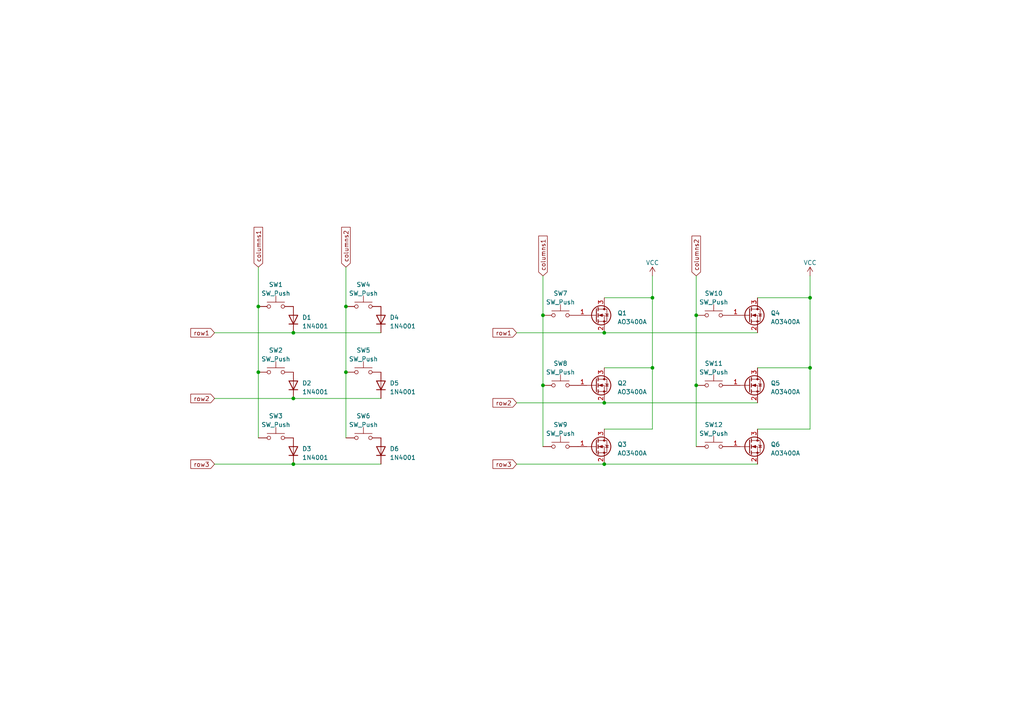
<source format=kicad_sch>
(kicad_sch (version 20230121) (generator eeschema)

  (uuid a8342d22-d9f3-4df5-8607-b1937f2f71b0)

  (paper "A4")

  (lib_symbols
    (symbol "Diode:1N4001" (pin_numbers hide) (pin_names hide) (in_bom yes) (on_board yes)
      (property "Reference" "D" (at 0 2.54 0)
        (effects (font (size 1.27 1.27)))
      )
      (property "Value" "1N4001" (at 0 -2.54 0)
        (effects (font (size 1.27 1.27)))
      )
      (property "Footprint" "Diode_THT:D_DO-41_SOD81_P10.16mm_Horizontal" (at 0 0 0)
        (effects (font (size 1.27 1.27)) hide)
      )
      (property "Datasheet" "http://www.vishay.com/docs/88503/1n4001.pdf" (at 0 0 0)
        (effects (font (size 1.27 1.27)) hide)
      )
      (property "Sim.Device" "D" (at 0 0 0)
        (effects (font (size 1.27 1.27)) hide)
      )
      (property "Sim.Pins" "1=K 2=A" (at 0 0 0)
        (effects (font (size 1.27 1.27)) hide)
      )
      (property "ki_keywords" "diode" (at 0 0 0)
        (effects (font (size 1.27 1.27)) hide)
      )
      (property "ki_description" "50V 1A General Purpose Rectifier Diode, DO-41" (at 0 0 0)
        (effects (font (size 1.27 1.27)) hide)
      )
      (property "ki_fp_filters" "D*DO?41*" (at 0 0 0)
        (effects (font (size 1.27 1.27)) hide)
      )
      (symbol "1N4001_0_1"
        (polyline
          (pts
            (xy -1.27 1.27)
            (xy -1.27 -1.27)
          )
          (stroke (width 0.254) (type default))
          (fill (type none))
        )
        (polyline
          (pts
            (xy 1.27 0)
            (xy -1.27 0)
          )
          (stroke (width 0) (type default))
          (fill (type none))
        )
        (polyline
          (pts
            (xy 1.27 1.27)
            (xy 1.27 -1.27)
            (xy -1.27 0)
            (xy 1.27 1.27)
          )
          (stroke (width 0.254) (type default))
          (fill (type none))
        )
      )
      (symbol "1N4001_1_1"
        (pin passive line (at -3.81 0 0) (length 2.54)
          (name "K" (effects (font (size 1.27 1.27))))
          (number "1" (effects (font (size 1.27 1.27))))
        )
        (pin passive line (at 3.81 0 180) (length 2.54)
          (name "A" (effects (font (size 1.27 1.27))))
          (number "2" (effects (font (size 1.27 1.27))))
        )
      )
    )
    (symbol "Switch:SW_Push" (pin_numbers hide) (pin_names (offset 1.016) hide) (in_bom yes) (on_board yes)
      (property "Reference" "SW" (at 1.27 2.54 0)
        (effects (font (size 1.27 1.27)) (justify left))
      )
      (property "Value" "SW_Push" (at 0 -1.524 0)
        (effects (font (size 1.27 1.27)))
      )
      (property "Footprint" "" (at 0 5.08 0)
        (effects (font (size 1.27 1.27)) hide)
      )
      (property "Datasheet" "~" (at 0 5.08 0)
        (effects (font (size 1.27 1.27)) hide)
      )
      (property "ki_keywords" "switch normally-open pushbutton push-button" (at 0 0 0)
        (effects (font (size 1.27 1.27)) hide)
      )
      (property "ki_description" "Push button switch, generic, two pins" (at 0 0 0)
        (effects (font (size 1.27 1.27)) hide)
      )
      (symbol "SW_Push_0_1"
        (circle (center -2.032 0) (radius 0.508)
          (stroke (width 0) (type default))
          (fill (type none))
        )
        (polyline
          (pts
            (xy 0 1.27)
            (xy 0 3.048)
          )
          (stroke (width 0) (type default))
          (fill (type none))
        )
        (polyline
          (pts
            (xy 2.54 1.27)
            (xy -2.54 1.27)
          )
          (stroke (width 0) (type default))
          (fill (type none))
        )
        (circle (center 2.032 0) (radius 0.508)
          (stroke (width 0) (type default))
          (fill (type none))
        )
        (pin passive line (at -5.08 0 0) (length 2.54)
          (name "1" (effects (font (size 1.27 1.27))))
          (number "1" (effects (font (size 1.27 1.27))))
        )
        (pin passive line (at 5.08 0 180) (length 2.54)
          (name "2" (effects (font (size 1.27 1.27))))
          (number "2" (effects (font (size 1.27 1.27))))
        )
      )
    )
    (symbol "Transistor_FET:AO3400A" (pin_names hide) (in_bom yes) (on_board yes)
      (property "Reference" "Q" (at 5.08 1.905 0)
        (effects (font (size 1.27 1.27)) (justify left))
      )
      (property "Value" "AO3400A" (at 5.08 0 0)
        (effects (font (size 1.27 1.27)) (justify left))
      )
      (property "Footprint" "Package_TO_SOT_SMD:SOT-23" (at 5.08 -1.905 0)
        (effects (font (size 1.27 1.27) italic) (justify left) hide)
      )
      (property "Datasheet" "http://www.aosmd.com/pdfs/datasheet/AO3400A.pdf" (at 0 0 0)
        (effects (font (size 1.27 1.27)) (justify left) hide)
      )
      (property "ki_keywords" "N-Channel MOSFET" (at 0 0 0)
        (effects (font (size 1.27 1.27)) hide)
      )
      (property "ki_description" "30V Vds, 5.7A Id, N-Channel MOSFET, SOT-23" (at 0 0 0)
        (effects (font (size 1.27 1.27)) hide)
      )
      (property "ki_fp_filters" "SOT?23*" (at 0 0 0)
        (effects (font (size 1.27 1.27)) hide)
      )
      (symbol "AO3400A_0_1"
        (polyline
          (pts
            (xy 0.254 0)
            (xy -2.54 0)
          )
          (stroke (width 0) (type default))
          (fill (type none))
        )
        (polyline
          (pts
            (xy 0.254 1.905)
            (xy 0.254 -1.905)
          )
          (stroke (width 0.254) (type default))
          (fill (type none))
        )
        (polyline
          (pts
            (xy 0.762 -1.27)
            (xy 0.762 -2.286)
          )
          (stroke (width 0.254) (type default))
          (fill (type none))
        )
        (polyline
          (pts
            (xy 0.762 0.508)
            (xy 0.762 -0.508)
          )
          (stroke (width 0.254) (type default))
          (fill (type none))
        )
        (polyline
          (pts
            (xy 0.762 2.286)
            (xy 0.762 1.27)
          )
          (stroke (width 0.254) (type default))
          (fill (type none))
        )
        (polyline
          (pts
            (xy 2.54 2.54)
            (xy 2.54 1.778)
          )
          (stroke (width 0) (type default))
          (fill (type none))
        )
        (polyline
          (pts
            (xy 2.54 -2.54)
            (xy 2.54 0)
            (xy 0.762 0)
          )
          (stroke (width 0) (type default))
          (fill (type none))
        )
        (polyline
          (pts
            (xy 0.762 -1.778)
            (xy 3.302 -1.778)
            (xy 3.302 1.778)
            (xy 0.762 1.778)
          )
          (stroke (width 0) (type default))
          (fill (type none))
        )
        (polyline
          (pts
            (xy 1.016 0)
            (xy 2.032 0.381)
            (xy 2.032 -0.381)
            (xy 1.016 0)
          )
          (stroke (width 0) (type default))
          (fill (type outline))
        )
        (polyline
          (pts
            (xy 2.794 0.508)
            (xy 2.921 0.381)
            (xy 3.683 0.381)
            (xy 3.81 0.254)
          )
          (stroke (width 0) (type default))
          (fill (type none))
        )
        (polyline
          (pts
            (xy 3.302 0.381)
            (xy 2.921 -0.254)
            (xy 3.683 -0.254)
            (xy 3.302 0.381)
          )
          (stroke (width 0) (type default))
          (fill (type none))
        )
        (circle (center 1.651 0) (radius 2.794)
          (stroke (width 0.254) (type default))
          (fill (type none))
        )
        (circle (center 2.54 -1.778) (radius 0.254)
          (stroke (width 0) (type default))
          (fill (type outline))
        )
        (circle (center 2.54 1.778) (radius 0.254)
          (stroke (width 0) (type default))
          (fill (type outline))
        )
      )
      (symbol "AO3400A_1_1"
        (pin input line (at -5.08 0 0) (length 2.54)
          (name "G" (effects (font (size 1.27 1.27))))
          (number "1" (effects (font (size 1.27 1.27))))
        )
        (pin passive line (at 2.54 -5.08 90) (length 2.54)
          (name "S" (effects (font (size 1.27 1.27))))
          (number "2" (effects (font (size 1.27 1.27))))
        )
        (pin passive line (at 2.54 5.08 270) (length 2.54)
          (name "D" (effects (font (size 1.27 1.27))))
          (number "3" (effects (font (size 1.27 1.27))))
        )
      )
    )
    (symbol "power:VCC" (power) (pin_names (offset 0)) (in_bom yes) (on_board yes)
      (property "Reference" "#PWR" (at 0 -3.81 0)
        (effects (font (size 1.27 1.27)) hide)
      )
      (property "Value" "VCC" (at 0 3.81 0)
        (effects (font (size 1.27 1.27)))
      )
      (property "Footprint" "" (at 0 0 0)
        (effects (font (size 1.27 1.27)) hide)
      )
      (property "Datasheet" "" (at 0 0 0)
        (effects (font (size 1.27 1.27)) hide)
      )
      (property "ki_keywords" "global power" (at 0 0 0)
        (effects (font (size 1.27 1.27)) hide)
      )
      (property "ki_description" "Power symbol creates a global label with name \"VCC\"" (at 0 0 0)
        (effects (font (size 1.27 1.27)) hide)
      )
      (symbol "VCC_0_1"
        (polyline
          (pts
            (xy -0.762 1.27)
            (xy 0 2.54)
          )
          (stroke (width 0) (type default))
          (fill (type none))
        )
        (polyline
          (pts
            (xy 0 0)
            (xy 0 2.54)
          )
          (stroke (width 0) (type default))
          (fill (type none))
        )
        (polyline
          (pts
            (xy 0 2.54)
            (xy 0.762 1.27)
          )
          (stroke (width 0) (type default))
          (fill (type none))
        )
      )
      (symbol "VCC_1_1"
        (pin power_in line (at 0 0 90) (length 0) hide
          (name "VCC" (effects (font (size 1.27 1.27))))
          (number "1" (effects (font (size 1.27 1.27))))
        )
      )
    )
  )

  (junction (at 157.48 111.76) (diameter 0) (color 0 0 0 0)
    (uuid 04d81772-2281-4410-8eea-5d7950ff7418)
  )
  (junction (at 85.09 96.52) (diameter 0) (color 0 0 0 0)
    (uuid 1be5d6cd-0179-47ee-b373-321557ebf06a)
  )
  (junction (at 189.23 106.68) (diameter 0) (color 0 0 0 0)
    (uuid 2e1aea7d-e838-4683-9647-cd0610550ec3)
  )
  (junction (at 74.93 88.9) (diameter 0) (color 0 0 0 0)
    (uuid 31ca53a1-3479-45c6-986b-b6648808ef11)
  )
  (junction (at 175.26 116.84) (diameter 0) (color 0 0 0 0)
    (uuid 328868d9-b5a2-48d1-a02c-e3022e547e7c)
  )
  (junction (at 85.09 134.62) (diameter 0) (color 0 0 0 0)
    (uuid 357c6054-1ee6-4f1c-8137-84068d98dd9d)
  )
  (junction (at 201.93 111.76) (diameter 0) (color 0 0 0 0)
    (uuid 3d9b393c-88cd-4124-a69a-c51083a4665d)
  )
  (junction (at 201.93 91.44) (diameter 0) (color 0 0 0 0)
    (uuid 4d558725-f44d-4635-860b-4826042d2049)
  )
  (junction (at 189.23 86.36) (diameter 0) (color 0 0 0 0)
    (uuid 52ef10b6-844d-4069-8480-78730fbc2ec0)
  )
  (junction (at 234.95 106.68) (diameter 0) (color 0 0 0 0)
    (uuid 58576d7d-b6ee-40e1-b7ce-5f7ea0288542)
  )
  (junction (at 157.48 91.44) (diameter 0) (color 0 0 0 0)
    (uuid 5a6d689b-0290-4293-bb7c-dbda2ff4c698)
  )
  (junction (at 175.26 134.62) (diameter 0) (color 0 0 0 0)
    (uuid 687beafd-805a-4346-8710-a52a69c2116a)
  )
  (junction (at 234.95 86.36) (diameter 0) (color 0 0 0 0)
    (uuid 716b5657-048a-44ae-ba6b-97663db4fbde)
  )
  (junction (at 74.93 107.95) (diameter 0) (color 0 0 0 0)
    (uuid 75fa0fc2-d950-4254-a82d-88fccf25e38b)
  )
  (junction (at 100.33 88.9) (diameter 0) (color 0 0 0 0)
    (uuid 9aff8eb5-e6e3-4a4d-9b38-8f4c15eb0ff9)
  )
  (junction (at 175.26 96.52) (diameter 0) (color 0 0 0 0)
    (uuid a452807b-507c-43e4-b50c-16c36f343c9e)
  )
  (junction (at 100.33 107.95) (diameter 0) (color 0 0 0 0)
    (uuid d108d9fd-a878-49e7-a5af-bac07ff74271)
  )
  (junction (at 85.09 115.57) (diameter 0) (color 0 0 0 0)
    (uuid dbee2ff5-e64c-4d0f-a9f1-6952db870763)
  )

  (wire (pts (xy 149.86 116.84) (xy 175.26 116.84))
    (stroke (width 0) (type default))
    (uuid 0a767fc6-a2dd-4e11-96eb-2b8f3f5e47bf)
  )
  (wire (pts (xy 175.26 86.36) (xy 189.23 86.36))
    (stroke (width 0) (type default))
    (uuid 143855a6-cba2-4760-ae62-9b182d27822d)
  )
  (wire (pts (xy 201.93 91.44) (xy 201.93 111.76))
    (stroke (width 0) (type default))
    (uuid 14f90ad6-507e-4401-b0c4-d9b92cb338ef)
  )
  (wire (pts (xy 62.23 134.62) (xy 85.09 134.62))
    (stroke (width 0) (type default))
    (uuid 357131d2-540c-4e9b-a9c4-fec8a47b293f)
  )
  (wire (pts (xy 100.33 107.95) (xy 100.33 127))
    (stroke (width 0) (type default))
    (uuid 3abe99fb-93cc-43c7-a6e7-6214070b51b7)
  )
  (wire (pts (xy 157.48 91.44) (xy 157.48 111.76))
    (stroke (width 0) (type default))
    (uuid 4ec27887-a867-47ef-b374-7a0001f3845e)
  )
  (wire (pts (xy 219.71 86.36) (xy 234.95 86.36))
    (stroke (width 0) (type default))
    (uuid 558a6bf8-eb12-4784-86e5-1ba27fc64db2)
  )
  (wire (pts (xy 234.95 106.68) (xy 234.95 124.46))
    (stroke (width 0) (type default))
    (uuid 5802f239-f303-4e47-8390-427d371a7749)
  )
  (wire (pts (xy 189.23 86.36) (xy 189.23 106.68))
    (stroke (width 0) (type default))
    (uuid 59e5f478-ecc3-4741-8b7d-70888596be5e)
  )
  (wire (pts (xy 62.23 115.57) (xy 85.09 115.57))
    (stroke (width 0) (type default))
    (uuid 6431502e-cc02-4aa7-8495-3fe8b9702962)
  )
  (wire (pts (xy 175.26 96.52) (xy 219.71 96.52))
    (stroke (width 0) (type default))
    (uuid 64382cdd-11e9-41d6-8c47-4471148254b7)
  )
  (wire (pts (xy 149.86 96.52) (xy 175.26 96.52))
    (stroke (width 0) (type default))
    (uuid 66e50d3c-846c-487c-a533-ae84b422f817)
  )
  (wire (pts (xy 149.86 134.62) (xy 175.26 134.62))
    (stroke (width 0) (type default))
    (uuid 6b12365a-cc0d-46d7-a0dc-c692c123d84f)
  )
  (wire (pts (xy 189.23 106.68) (xy 189.23 124.46))
    (stroke (width 0) (type default))
    (uuid 6de5884c-64f7-4263-b388-4a673c0fcb0e)
  )
  (wire (pts (xy 85.09 134.62) (xy 110.49 134.62))
    (stroke (width 0) (type default))
    (uuid 76fd666c-0406-4aa8-b541-11960f203948)
  )
  (wire (pts (xy 234.95 80.01) (xy 234.95 86.36))
    (stroke (width 0) (type default))
    (uuid 80303813-4375-4fb3-b35d-efd87c9e749a)
  )
  (wire (pts (xy 189.23 124.46) (xy 175.26 124.46))
    (stroke (width 0) (type default))
    (uuid 810e7f52-9c3e-4689-a91e-44b466da9067)
  )
  (wire (pts (xy 175.26 116.84) (xy 219.71 116.84))
    (stroke (width 0) (type default))
    (uuid 8ded1f56-90f0-4dfd-9fcf-9b5e266d9ace)
  )
  (wire (pts (xy 85.09 96.52) (xy 110.49 96.52))
    (stroke (width 0) (type default))
    (uuid 9a5e7937-0732-45e1-8fc1-26daf0336038)
  )
  (wire (pts (xy 157.48 111.76) (xy 157.48 129.54))
    (stroke (width 0) (type default))
    (uuid 9ab4685d-1ee8-4318-ba49-c005b9bcf259)
  )
  (wire (pts (xy 175.26 134.62) (xy 219.71 134.62))
    (stroke (width 0) (type default))
    (uuid 9f872ead-91b3-4db2-94a5-2ae9f945f51b)
  )
  (wire (pts (xy 74.93 88.9) (xy 74.93 107.95))
    (stroke (width 0) (type default))
    (uuid a593d0b9-a781-495c-aca2-3f5b3604d209)
  )
  (wire (pts (xy 100.33 88.9) (xy 100.33 107.95))
    (stroke (width 0) (type default))
    (uuid a7658afc-24f2-4bf6-8329-bbac642d3b90)
  )
  (wire (pts (xy 74.93 107.95) (xy 74.93 127))
    (stroke (width 0) (type default))
    (uuid a8475b50-5ea9-450e-9785-18400ffd94f0)
  )
  (wire (pts (xy 100.33 77.47) (xy 100.33 88.9))
    (stroke (width 0) (type default))
    (uuid aa426011-7c32-4a4f-bdcd-115232dd9b37)
  )
  (wire (pts (xy 85.09 115.57) (xy 110.49 115.57))
    (stroke (width 0) (type default))
    (uuid ab814c11-5d60-4b15-8616-a9e1ddea33e7)
  )
  (wire (pts (xy 157.48 80.01) (xy 157.48 91.44))
    (stroke (width 0) (type default))
    (uuid ada687d8-4ad0-4495-985d-62e94ea89f2e)
  )
  (wire (pts (xy 189.23 80.01) (xy 189.23 86.36))
    (stroke (width 0) (type default))
    (uuid af775ab0-0f60-436f-b863-e8db77c4f28a)
  )
  (wire (pts (xy 234.95 124.46) (xy 219.71 124.46))
    (stroke (width 0) (type default))
    (uuid c23ec12c-f028-4524-a194-253000c15a55)
  )
  (wire (pts (xy 175.26 106.68) (xy 189.23 106.68))
    (stroke (width 0) (type default))
    (uuid cf915b43-745c-42ff-a25a-b6eefb4270b7)
  )
  (wire (pts (xy 234.95 86.36) (xy 234.95 106.68))
    (stroke (width 0) (type default))
    (uuid dce594ef-d950-4f12-8e95-0228973355a1)
  )
  (wire (pts (xy 62.23 96.52) (xy 85.09 96.52))
    (stroke (width 0) (type default))
    (uuid dd2eb432-00ee-4e11-a471-9a867cf09005)
  )
  (wire (pts (xy 219.71 106.68) (xy 234.95 106.68))
    (stroke (width 0) (type default))
    (uuid de12bcc7-dce4-4f74-8797-09ae0b1f7af2)
  )
  (wire (pts (xy 201.93 80.01) (xy 201.93 91.44))
    (stroke (width 0) (type default))
    (uuid e179ce8c-3075-41ea-90e2-6d59aad7445f)
  )
  (wire (pts (xy 74.93 77.47) (xy 74.93 88.9))
    (stroke (width 0) (type default))
    (uuid ed28dae0-85fc-4330-968b-56896049369f)
  )
  (wire (pts (xy 201.93 111.76) (xy 201.93 129.54))
    (stroke (width 0) (type default))
    (uuid f1e579ac-6ed5-476f-aed2-93d1d2a38511)
  )

  (global_label "row3" (shape input) (at 62.23 134.62 180) (fields_autoplaced)
    (effects (font (size 1.27 1.27)) (justify right))
    (uuid 22bc17bf-48d5-4d78-9f4b-5c776c48ade6)
    (property "Intersheetrefs" "${INTERSHEET_REFS}" (at 54.849 134.62 0)
      (effects (font (size 1.27 1.27)) (justify right) hide)
    )
  )
  (global_label "columns2" (shape input) (at 100.33 77.47 90) (fields_autoplaced)
    (effects (font (size 1.27 1.27)) (justify left))
    (uuid 2428ac5a-d25e-41c9-923d-f73741410645)
    (property "Intersheetrefs" "${INTERSHEET_REFS}" (at 100.33 65.4325 90)
      (effects (font (size 1.27 1.27)) (justify left) hide)
    )
  )
  (global_label "row2" (shape input) (at 62.23 115.57 180) (fields_autoplaced)
    (effects (font (size 1.27 1.27)) (justify right))
    (uuid 29003c36-e304-476d-a955-01f53b291323)
    (property "Intersheetrefs" "${INTERSHEET_REFS}" (at 54.849 115.57 0)
      (effects (font (size 1.27 1.27)) (justify right) hide)
    )
  )
  (global_label "columns1" (shape input) (at 74.93 77.47 90) (fields_autoplaced)
    (effects (font (size 1.27 1.27)) (justify left))
    (uuid 2c8934c9-8402-4548-9087-8ed9cef79c54)
    (property "Intersheetrefs" "${INTERSHEET_REFS}" (at 74.93 65.4325 90)
      (effects (font (size 1.27 1.27)) (justify left) hide)
    )
  )
  (global_label "columns2" (shape input) (at 201.93 80.01 90) (fields_autoplaced)
    (effects (font (size 1.27 1.27)) (justify left))
    (uuid 390d1e74-a7ac-4b2c-8c5e-9e0cfb199e44)
    (property "Intersheetrefs" "${INTERSHEET_REFS}" (at 201.93 67.9725 90)
      (effects (font (size 1.27 1.27)) (justify left) hide)
    )
  )
  (global_label "row3" (shape input) (at 149.86 134.62 180) (fields_autoplaced)
    (effects (font (size 1.27 1.27)) (justify right))
    (uuid 4f95df53-54ce-47d9-9f0b-907850dee5fb)
    (property "Intersheetrefs" "${INTERSHEET_REFS}" (at 142.479 134.62 0)
      (effects (font (size 1.27 1.27)) (justify right) hide)
    )
  )
  (global_label "columns1" (shape input) (at 157.48 80.01 90) (fields_autoplaced)
    (effects (font (size 1.27 1.27)) (justify left))
    (uuid 65d8c6d0-2a84-40f6-9c5c-2c327c0cecb3)
    (property "Intersheetrefs" "${INTERSHEET_REFS}" (at 157.48 67.9725 90)
      (effects (font (size 1.27 1.27)) (justify left) hide)
    )
  )
  (global_label "row1" (shape input) (at 149.86 96.52 180) (fields_autoplaced)
    (effects (font (size 1.27 1.27)) (justify right))
    (uuid 889765b2-f4a2-414a-a7d2-a9582cf85bbf)
    (property "Intersheetrefs" "${INTERSHEET_REFS}" (at 142.479 96.52 0)
      (effects (font (size 1.27 1.27)) (justify right) hide)
    )
  )
  (global_label "row1" (shape input) (at 62.23 96.52 180) (fields_autoplaced)
    (effects (font (size 1.27 1.27)) (justify right))
    (uuid caf4f907-0984-4bf0-ad0a-94528048ff76)
    (property "Intersheetrefs" "${INTERSHEET_REFS}" (at 54.849 96.52 0)
      (effects (font (size 1.27 1.27)) (justify right) hide)
    )
  )
  (global_label "row2" (shape input) (at 149.86 116.84 180) (fields_autoplaced)
    (effects (font (size 1.27 1.27)) (justify right))
    (uuid e3b0260b-6b57-4633-8e00-37c0d61df180)
    (property "Intersheetrefs" "${INTERSHEET_REFS}" (at 142.479 116.84 0)
      (effects (font (size 1.27 1.27)) (justify right) hide)
    )
  )

  (symbol (lib_id "Diode:1N4001") (at 110.49 130.81 90) (unit 1)
    (in_bom yes) (on_board yes) (dnp no) (fields_autoplaced)
    (uuid 0226b372-1b9c-45ce-b1c9-2a963be9bd35)
    (property "Reference" "D6" (at 113.03 130.175 90)
      (effects (font (size 1.27 1.27)) (justify right))
    )
    (property "Value" "1N4001" (at 113.03 132.715 90)
      (effects (font (size 1.27 1.27)) (justify right))
    )
    (property "Footprint" "Diode_THT:D_DO-41_SOD81_P10.16mm_Horizontal" (at 110.49 130.81 0)
      (effects (font (size 1.27 1.27)) hide)
    )
    (property "Datasheet" "http://www.vishay.com/docs/88503/1n4001.pdf" (at 110.49 130.81 0)
      (effects (font (size 1.27 1.27)) hide)
    )
    (property "Sim.Device" "D" (at 110.49 130.81 0)
      (effects (font (size 1.27 1.27)) hide)
    )
    (property "Sim.Pins" "1=K 2=A" (at 110.49 130.81 0)
      (effects (font (size 1.27 1.27)) hide)
    )
    (pin "1" (uuid db2de31b-8275-4102-a06c-e1ed12574c03))
    (pin "2" (uuid c9e07c1d-7556-4c28-8074-2832ec32bc0a))
    (instances
      (project "perfectcommander"
        (path "/a8342d22-d9f3-4df5-8607-b1937f2f71b0"
          (reference "D6") (unit 1)
        )
      )
    )
  )

  (symbol (lib_id "Switch:SW_Push") (at 162.56 129.54 0) (unit 1)
    (in_bom yes) (on_board yes) (dnp no) (fields_autoplaced)
    (uuid 0a6d2c26-be23-4d60-9c17-f2e665e4cf8b)
    (property "Reference" "SW9" (at 162.56 123.19 0)
      (effects (font (size 1.27 1.27)))
    )
    (property "Value" "SW_Push" (at 162.56 125.73 0)
      (effects (font (size 1.27 1.27)))
    )
    (property "Footprint" "" (at 162.56 124.46 0)
      (effects (font (size 1.27 1.27)) hide)
    )
    (property "Datasheet" "~" (at 162.56 124.46 0)
      (effects (font (size 1.27 1.27)) hide)
    )
    (pin "1" (uuid d1d93d19-9974-495f-8dd6-e01307bd4294))
    (pin "2" (uuid ad593cf5-32f5-4d19-8895-e357122cf00b))
    (instances
      (project "perfectcommander"
        (path "/a8342d22-d9f3-4df5-8607-b1937f2f71b0"
          (reference "SW9") (unit 1)
        )
      )
    )
  )

  (symbol (lib_id "power:VCC") (at 189.23 80.01 0) (unit 1)
    (in_bom yes) (on_board yes) (dnp no) (fields_autoplaced)
    (uuid 0f7db430-2543-4cd7-bb06-3880833673e4)
    (property "Reference" "#PWR08" (at 189.23 83.82 0)
      (effects (font (size 1.27 1.27)) hide)
    )
    (property "Value" "VCC" (at 189.23 76.2 0)
      (effects (font (size 1.27 1.27)))
    )
    (property "Footprint" "" (at 189.23 80.01 0)
      (effects (font (size 1.27 1.27)) hide)
    )
    (property "Datasheet" "" (at 189.23 80.01 0)
      (effects (font (size 1.27 1.27)) hide)
    )
    (pin "1" (uuid 97736c34-84bf-4d79-9a60-8e349d175222))
    (instances
      (project "perfectcommander"
        (path "/a8342d22-d9f3-4df5-8607-b1937f2f71b0"
          (reference "#PWR08") (unit 1)
        )
      )
    )
  )

  (symbol (lib_id "power:VCC") (at 234.95 80.01 0) (unit 1)
    (in_bom yes) (on_board yes) (dnp no) (fields_autoplaced)
    (uuid 1f4d3b38-c9a2-48fe-ab2a-fa7861b54c68)
    (property "Reference" "#PWR07" (at 234.95 83.82 0)
      (effects (font (size 1.27 1.27)) hide)
    )
    (property "Value" "VCC" (at 234.95 76.2 0)
      (effects (font (size 1.27 1.27)))
    )
    (property "Footprint" "" (at 234.95 80.01 0)
      (effects (font (size 1.27 1.27)) hide)
    )
    (property "Datasheet" "" (at 234.95 80.01 0)
      (effects (font (size 1.27 1.27)) hide)
    )
    (pin "1" (uuid c8bc29d2-e0c3-413f-b356-bceb0550a5e8))
    (instances
      (project "perfectcommander"
        (path "/a8342d22-d9f3-4df5-8607-b1937f2f71b0"
          (reference "#PWR07") (unit 1)
        )
      )
    )
  )

  (symbol (lib_id "Switch:SW_Push") (at 207.01 129.54 0) (unit 1)
    (in_bom yes) (on_board yes) (dnp no) (fields_autoplaced)
    (uuid 26080513-043c-45f0-b7da-24d04e6a0377)
    (property "Reference" "SW12" (at 207.01 123.19 0)
      (effects (font (size 1.27 1.27)))
    )
    (property "Value" "SW_Push" (at 207.01 125.73 0)
      (effects (font (size 1.27 1.27)))
    )
    (property "Footprint" "" (at 207.01 124.46 0)
      (effects (font (size 1.27 1.27)) hide)
    )
    (property "Datasheet" "~" (at 207.01 124.46 0)
      (effects (font (size 1.27 1.27)) hide)
    )
    (pin "1" (uuid 05d0649d-0983-480b-bb87-f6ae0003dde6))
    (pin "2" (uuid 888687b3-44f7-4a2a-8028-5d3d98304582))
    (instances
      (project "perfectcommander"
        (path "/a8342d22-d9f3-4df5-8607-b1937f2f71b0"
          (reference "SW12") (unit 1)
        )
      )
    )
  )

  (symbol (lib_id "Transistor_FET:AO3400A") (at 217.17 129.54 0) (unit 1)
    (in_bom yes) (on_board yes) (dnp no) (fields_autoplaced)
    (uuid 26ff0553-3c4e-4af4-b0fe-a75ca1332901)
    (property "Reference" "Q6" (at 223.52 128.905 0)
      (effects (font (size 1.27 1.27)) (justify left))
    )
    (property "Value" "AO3400A" (at 223.52 131.445 0)
      (effects (font (size 1.27 1.27)) (justify left))
    )
    (property "Footprint" "Package_TO_SOT_SMD:SOT-23" (at 222.25 131.445 0)
      (effects (font (size 1.27 1.27) italic) (justify left) hide)
    )
    (property "Datasheet" "http://www.aosmd.com/pdfs/datasheet/AO3400A.pdf" (at 217.17 129.54 0)
      (effects (font (size 1.27 1.27)) (justify left) hide)
    )
    (pin "1" (uuid 206c660a-b153-49fc-8987-fdadcea0b6f8))
    (pin "2" (uuid bb83f53c-68b3-4e4c-895d-8f99c7b6d76f))
    (pin "3" (uuid f7f091ae-1cdb-4675-a079-b618ef00adb1))
    (instances
      (project "perfectcommander"
        (path "/a8342d22-d9f3-4df5-8607-b1937f2f71b0"
          (reference "Q6") (unit 1)
        )
      )
    )
  )

  (symbol (lib_id "Switch:SW_Push") (at 80.01 88.9 0) (unit 1)
    (in_bom yes) (on_board yes) (dnp no) (fields_autoplaced)
    (uuid 3a0dc22f-f69e-4999-a19d-860f926754e2)
    (property "Reference" "SW1" (at 80.01 82.55 0)
      (effects (font (size 1.27 1.27)))
    )
    (property "Value" "SW_Push" (at 80.01 85.09 0)
      (effects (font (size 1.27 1.27)))
    )
    (property "Footprint" "" (at 80.01 83.82 0)
      (effects (font (size 1.27 1.27)) hide)
    )
    (property "Datasheet" "~" (at 80.01 83.82 0)
      (effects (font (size 1.27 1.27)) hide)
    )
    (pin "1" (uuid 6ae207d6-d9dc-4eb7-9c87-d7893e9ee78c))
    (pin "2" (uuid 9154b655-4623-4d1f-9af1-febaee5461d2))
    (instances
      (project "perfectcommander"
        (path "/a8342d22-d9f3-4df5-8607-b1937f2f71b0"
          (reference "SW1") (unit 1)
        )
      )
    )
  )

  (symbol (lib_id "Transistor_FET:AO3400A") (at 172.72 129.54 0) (unit 1)
    (in_bom yes) (on_board yes) (dnp no) (fields_autoplaced)
    (uuid 3ea9606b-c7bf-472e-9a7c-c637b5d4b885)
    (property "Reference" "Q3" (at 179.07 128.905 0)
      (effects (font (size 1.27 1.27)) (justify left))
    )
    (property "Value" "AO3400A" (at 179.07 131.445 0)
      (effects (font (size 1.27 1.27)) (justify left))
    )
    (property "Footprint" "Package_TO_SOT_SMD:SOT-23" (at 177.8 131.445 0)
      (effects (font (size 1.27 1.27) italic) (justify left) hide)
    )
    (property "Datasheet" "http://www.aosmd.com/pdfs/datasheet/AO3400A.pdf" (at 172.72 129.54 0)
      (effects (font (size 1.27 1.27)) (justify left) hide)
    )
    (pin "1" (uuid b084c00b-8656-4299-ad45-8d7980e16a90))
    (pin "2" (uuid ddcbfdf8-8aa5-46d4-a840-f1c5a6b6b379))
    (pin "3" (uuid 36702de0-6721-485c-a9aa-a5c5e51e92f7))
    (instances
      (project "perfectcommander"
        (path "/a8342d22-d9f3-4df5-8607-b1937f2f71b0"
          (reference "Q3") (unit 1)
        )
      )
    )
  )

  (symbol (lib_id "Switch:SW_Push") (at 207.01 111.76 0) (unit 1)
    (in_bom yes) (on_board yes) (dnp no) (fields_autoplaced)
    (uuid 40ca16ec-717b-444c-83b0-742dd97c4fa1)
    (property "Reference" "SW11" (at 207.01 105.41 0)
      (effects (font (size 1.27 1.27)))
    )
    (property "Value" "SW_Push" (at 207.01 107.95 0)
      (effects (font (size 1.27 1.27)))
    )
    (property "Footprint" "" (at 207.01 106.68 0)
      (effects (font (size 1.27 1.27)) hide)
    )
    (property "Datasheet" "~" (at 207.01 106.68 0)
      (effects (font (size 1.27 1.27)) hide)
    )
    (pin "1" (uuid 9a59b5d5-635e-4391-8194-f9d00c21b73b))
    (pin "2" (uuid ff3bd2b6-9511-4c48-89c0-0e60e4247646))
    (instances
      (project "perfectcommander"
        (path "/a8342d22-d9f3-4df5-8607-b1937f2f71b0"
          (reference "SW11") (unit 1)
        )
      )
    )
  )

  (symbol (lib_id "Transistor_FET:AO3400A") (at 217.17 91.44 0) (unit 1)
    (in_bom yes) (on_board yes) (dnp no) (fields_autoplaced)
    (uuid 4a2f3a76-7f21-4298-b826-67e07bafb5a9)
    (property "Reference" "Q4" (at 223.52 90.805 0)
      (effects (font (size 1.27 1.27)) (justify left))
    )
    (property "Value" "AO3400A" (at 223.52 93.345 0)
      (effects (font (size 1.27 1.27)) (justify left))
    )
    (property "Footprint" "Package_TO_SOT_SMD:SOT-23" (at 222.25 93.345 0)
      (effects (font (size 1.27 1.27) italic) (justify left) hide)
    )
    (property "Datasheet" "http://www.aosmd.com/pdfs/datasheet/AO3400A.pdf" (at 217.17 91.44 0)
      (effects (font (size 1.27 1.27)) (justify left) hide)
    )
    (pin "1" (uuid 2bf97e15-d05d-49a8-9022-d90fb66cdf22))
    (pin "2" (uuid 25cac49f-1241-4957-a058-d9fcdc95e8db))
    (pin "3" (uuid c63eb25b-a7ff-4c27-b211-68007e766571))
    (instances
      (project "perfectcommander"
        (path "/a8342d22-d9f3-4df5-8607-b1937f2f71b0"
          (reference "Q4") (unit 1)
        )
      )
    )
  )

  (symbol (lib_id "Diode:1N4001") (at 85.09 111.76 90) (unit 1)
    (in_bom yes) (on_board yes) (dnp no) (fields_autoplaced)
    (uuid 53096bb3-30e1-49d4-adbb-cb1e21be0a93)
    (property "Reference" "D2" (at 87.63 111.125 90)
      (effects (font (size 1.27 1.27)) (justify right))
    )
    (property "Value" "1N4001" (at 87.63 113.665 90)
      (effects (font (size 1.27 1.27)) (justify right))
    )
    (property "Footprint" "Diode_THT:D_DO-41_SOD81_P10.16mm_Horizontal" (at 85.09 111.76 0)
      (effects (font (size 1.27 1.27)) hide)
    )
    (property "Datasheet" "http://www.vishay.com/docs/88503/1n4001.pdf" (at 85.09 111.76 0)
      (effects (font (size 1.27 1.27)) hide)
    )
    (property "Sim.Device" "D" (at 85.09 111.76 0)
      (effects (font (size 1.27 1.27)) hide)
    )
    (property "Sim.Pins" "1=K 2=A" (at 85.09 111.76 0)
      (effects (font (size 1.27 1.27)) hide)
    )
    (pin "1" (uuid ff9bbd96-6d9d-4134-8faa-3cbd00f2c78a))
    (pin "2" (uuid 38db82c6-3342-4cd5-b031-d1a9fd43df0c))
    (instances
      (project "perfectcommander"
        (path "/a8342d22-d9f3-4df5-8607-b1937f2f71b0"
          (reference "D2") (unit 1)
        )
      )
    )
  )

  (symbol (lib_id "Diode:1N4001") (at 110.49 92.71 90) (unit 1)
    (in_bom yes) (on_board yes) (dnp no) (fields_autoplaced)
    (uuid 61afc705-9343-471a-a90e-681de29e54a9)
    (property "Reference" "D4" (at 113.03 92.075 90)
      (effects (font (size 1.27 1.27)) (justify right))
    )
    (property "Value" "1N4001" (at 113.03 94.615 90)
      (effects (font (size 1.27 1.27)) (justify right))
    )
    (property "Footprint" "Diode_THT:D_DO-41_SOD81_P10.16mm_Horizontal" (at 110.49 92.71 0)
      (effects (font (size 1.27 1.27)) hide)
    )
    (property "Datasheet" "http://www.vishay.com/docs/88503/1n4001.pdf" (at 110.49 92.71 0)
      (effects (font (size 1.27 1.27)) hide)
    )
    (property "Sim.Device" "D" (at 110.49 92.71 0)
      (effects (font (size 1.27 1.27)) hide)
    )
    (property "Sim.Pins" "1=K 2=A" (at 110.49 92.71 0)
      (effects (font (size 1.27 1.27)) hide)
    )
    (pin "1" (uuid 24978870-83d9-46a1-b835-8679c0fea1a9))
    (pin "2" (uuid 14b7dc0d-e72c-40c2-a105-edcef6328b1c))
    (instances
      (project "perfectcommander"
        (path "/a8342d22-d9f3-4df5-8607-b1937f2f71b0"
          (reference "D4") (unit 1)
        )
      )
    )
  )

  (symbol (lib_id "Transistor_FET:AO3400A") (at 217.17 111.76 0) (unit 1)
    (in_bom yes) (on_board yes) (dnp no) (fields_autoplaced)
    (uuid 61eb5ef9-d754-41d3-8b7e-bb17c1a2cc86)
    (property "Reference" "Q5" (at 223.52 111.125 0)
      (effects (font (size 1.27 1.27)) (justify left))
    )
    (property "Value" "AO3400A" (at 223.52 113.665 0)
      (effects (font (size 1.27 1.27)) (justify left))
    )
    (property "Footprint" "Package_TO_SOT_SMD:SOT-23" (at 222.25 113.665 0)
      (effects (font (size 1.27 1.27) italic) (justify left) hide)
    )
    (property "Datasheet" "http://www.aosmd.com/pdfs/datasheet/AO3400A.pdf" (at 217.17 111.76 0)
      (effects (font (size 1.27 1.27)) (justify left) hide)
    )
    (pin "1" (uuid ef22fdc3-edd8-4191-a4aa-3d14b1074e59))
    (pin "2" (uuid 2a0f56c6-a8ac-4b01-8122-d47380580ac9))
    (pin "3" (uuid 1191c57d-02a7-4864-a3df-ed2d26d90ab9))
    (instances
      (project "perfectcommander"
        (path "/a8342d22-d9f3-4df5-8607-b1937f2f71b0"
          (reference "Q5") (unit 1)
        )
      )
    )
  )

  (symbol (lib_id "Switch:SW_Push") (at 80.01 107.95 0) (unit 1)
    (in_bom yes) (on_board yes) (dnp no) (fields_autoplaced)
    (uuid 650c1ea6-0e8b-4d81-b710-b1b7ff4954d3)
    (property "Reference" "SW2" (at 80.01 101.6 0)
      (effects (font (size 1.27 1.27)))
    )
    (property "Value" "SW_Push" (at 80.01 104.14 0)
      (effects (font (size 1.27 1.27)))
    )
    (property "Footprint" "" (at 80.01 102.87 0)
      (effects (font (size 1.27 1.27)) hide)
    )
    (property "Datasheet" "~" (at 80.01 102.87 0)
      (effects (font (size 1.27 1.27)) hide)
    )
    (pin "1" (uuid da87116e-0d19-4140-8fc7-bbadb4bbdd2c))
    (pin "2" (uuid dda6dc42-84de-4868-9b86-f81670432dd7))
    (instances
      (project "perfectcommander"
        (path "/a8342d22-d9f3-4df5-8607-b1937f2f71b0"
          (reference "SW2") (unit 1)
        )
      )
    )
  )

  (symbol (lib_id "Switch:SW_Push") (at 162.56 111.76 0) (unit 1)
    (in_bom yes) (on_board yes) (dnp no) (fields_autoplaced)
    (uuid 670383e4-bc17-4b99-89f5-f3fec78bcbd5)
    (property "Reference" "SW8" (at 162.56 105.41 0)
      (effects (font (size 1.27 1.27)))
    )
    (property "Value" "SW_Push" (at 162.56 107.95 0)
      (effects (font (size 1.27 1.27)))
    )
    (property "Footprint" "" (at 162.56 106.68 0)
      (effects (font (size 1.27 1.27)) hide)
    )
    (property "Datasheet" "~" (at 162.56 106.68 0)
      (effects (font (size 1.27 1.27)) hide)
    )
    (pin "1" (uuid 5bd813dc-06cc-4056-abab-0929c68e12a1))
    (pin "2" (uuid 03efc5cc-6436-44ed-929f-1c3365464dbc))
    (instances
      (project "perfectcommander"
        (path "/a8342d22-d9f3-4df5-8607-b1937f2f71b0"
          (reference "SW8") (unit 1)
        )
      )
    )
  )

  (symbol (lib_id "Transistor_FET:AO3400A") (at 172.72 111.76 0) (unit 1)
    (in_bom yes) (on_board yes) (dnp no) (fields_autoplaced)
    (uuid 7fbc55dd-6fa5-43b5-b39f-c8fecf67e16a)
    (property "Reference" "Q2" (at 179.07 111.125 0)
      (effects (font (size 1.27 1.27)) (justify left))
    )
    (property "Value" "AO3400A" (at 179.07 113.665 0)
      (effects (font (size 1.27 1.27)) (justify left))
    )
    (property "Footprint" "Package_TO_SOT_SMD:SOT-23" (at 177.8 113.665 0)
      (effects (font (size 1.27 1.27) italic) (justify left) hide)
    )
    (property "Datasheet" "http://www.aosmd.com/pdfs/datasheet/AO3400A.pdf" (at 172.72 111.76 0)
      (effects (font (size 1.27 1.27)) (justify left) hide)
    )
    (pin "1" (uuid f0a796e8-dd55-4f48-bb5d-e8740f6b0be0))
    (pin "2" (uuid 23a4c1a7-3d81-406d-bd45-0b0eaf98b0a2))
    (pin "3" (uuid c13c9369-a499-4e8f-baa4-600f4bb820c0))
    (instances
      (project "perfectcommander"
        (path "/a8342d22-d9f3-4df5-8607-b1937f2f71b0"
          (reference "Q2") (unit 1)
        )
      )
    )
  )

  (symbol (lib_id "Switch:SW_Push") (at 207.01 91.44 0) (unit 1)
    (in_bom yes) (on_board yes) (dnp no) (fields_autoplaced)
    (uuid 8e772a0e-507f-4f10-8544-4c7896c74fff)
    (property "Reference" "SW10" (at 207.01 85.09 0)
      (effects (font (size 1.27 1.27)))
    )
    (property "Value" "SW_Push" (at 207.01 87.63 0)
      (effects (font (size 1.27 1.27)))
    )
    (property "Footprint" "" (at 207.01 86.36 0)
      (effects (font (size 1.27 1.27)) hide)
    )
    (property "Datasheet" "~" (at 207.01 86.36 0)
      (effects (font (size 1.27 1.27)) hide)
    )
    (pin "1" (uuid 808e046b-7faa-4dc5-a65f-0b7ee73b0206))
    (pin "2" (uuid c795f448-017c-473b-9a66-f7defed93009))
    (instances
      (project "perfectcommander"
        (path "/a8342d22-d9f3-4df5-8607-b1937f2f71b0"
          (reference "SW10") (unit 1)
        )
      )
    )
  )

  (symbol (lib_id "Switch:SW_Push") (at 162.56 91.44 0) (unit 1)
    (in_bom yes) (on_board yes) (dnp no) (fields_autoplaced)
    (uuid 8fc6b98e-5a32-4ba8-b046-8d373c614af0)
    (property "Reference" "SW7" (at 162.56 85.09 0)
      (effects (font (size 1.27 1.27)))
    )
    (property "Value" "SW_Push" (at 162.56 87.63 0)
      (effects (font (size 1.27 1.27)))
    )
    (property "Footprint" "" (at 162.56 86.36 0)
      (effects (font (size 1.27 1.27)) hide)
    )
    (property "Datasheet" "~" (at 162.56 86.36 0)
      (effects (font (size 1.27 1.27)) hide)
    )
    (pin "1" (uuid bfb98629-ca4e-41af-a82c-58a57cbacca5))
    (pin "2" (uuid e8e3f078-d5f1-459c-9793-4d1f8139cb76))
    (instances
      (project "perfectcommander"
        (path "/a8342d22-d9f3-4df5-8607-b1937f2f71b0"
          (reference "SW7") (unit 1)
        )
      )
    )
  )

  (symbol (lib_id "Switch:SW_Push") (at 105.41 107.95 0) (unit 1)
    (in_bom yes) (on_board yes) (dnp no) (fields_autoplaced)
    (uuid 90e0fe79-2ee5-4615-a63d-312963b89ea1)
    (property "Reference" "SW5" (at 105.41 101.6 0)
      (effects (font (size 1.27 1.27)))
    )
    (property "Value" "SW_Push" (at 105.41 104.14 0)
      (effects (font (size 1.27 1.27)))
    )
    (property "Footprint" "" (at 105.41 102.87 0)
      (effects (font (size 1.27 1.27)) hide)
    )
    (property "Datasheet" "~" (at 105.41 102.87 0)
      (effects (font (size 1.27 1.27)) hide)
    )
    (pin "1" (uuid 1d2cbea7-a03b-43e9-bb25-b54c828b75aa))
    (pin "2" (uuid 6d37a39a-cb6e-4ec1-83df-80a2c360a3bd))
    (instances
      (project "perfectcommander"
        (path "/a8342d22-d9f3-4df5-8607-b1937f2f71b0"
          (reference "SW5") (unit 1)
        )
      )
    )
  )

  (symbol (lib_id "Switch:SW_Push") (at 105.41 88.9 0) (unit 1)
    (in_bom yes) (on_board yes) (dnp no) (fields_autoplaced)
    (uuid 96d70245-66e2-4458-b8a5-f5394d0abe6e)
    (property "Reference" "SW4" (at 105.41 82.55 0)
      (effects (font (size 1.27 1.27)))
    )
    (property "Value" "SW_Push" (at 105.41 85.09 0)
      (effects (font (size 1.27 1.27)))
    )
    (property "Footprint" "" (at 105.41 83.82 0)
      (effects (font (size 1.27 1.27)) hide)
    )
    (property "Datasheet" "~" (at 105.41 83.82 0)
      (effects (font (size 1.27 1.27)) hide)
    )
    (pin "1" (uuid 9de8e496-96ad-412c-9b46-5ca6954da21a))
    (pin "2" (uuid 5fdf31e5-b02d-4499-b4eb-33e564ea2026))
    (instances
      (project "perfectcommander"
        (path "/a8342d22-d9f3-4df5-8607-b1937f2f71b0"
          (reference "SW4") (unit 1)
        )
      )
    )
  )

  (symbol (lib_id "Diode:1N4001") (at 85.09 92.71 90) (unit 1)
    (in_bom yes) (on_board yes) (dnp no) (fields_autoplaced)
    (uuid a4695a66-c3be-4d3b-94a6-2e3a14a93ff5)
    (property "Reference" "D1" (at 87.63 92.075 90)
      (effects (font (size 1.27 1.27)) (justify right))
    )
    (property "Value" "1N4001" (at 87.63 94.615 90)
      (effects (font (size 1.27 1.27)) (justify right))
    )
    (property "Footprint" "Diode_THT:D_DO-41_SOD81_P10.16mm_Horizontal" (at 85.09 92.71 0)
      (effects (font (size 1.27 1.27)) hide)
    )
    (property "Datasheet" "http://www.vishay.com/docs/88503/1n4001.pdf" (at 85.09 92.71 0)
      (effects (font (size 1.27 1.27)) hide)
    )
    (property "Sim.Device" "D" (at 85.09 92.71 0)
      (effects (font (size 1.27 1.27)) hide)
    )
    (property "Sim.Pins" "1=K 2=A" (at 85.09 92.71 0)
      (effects (font (size 1.27 1.27)) hide)
    )
    (pin "1" (uuid a5dddb40-1fa5-48bc-876b-ecffaae0bd49))
    (pin "2" (uuid 21aee988-1ae4-4e68-b413-3f86f84f5fc6))
    (instances
      (project "perfectcommander"
        (path "/a8342d22-d9f3-4df5-8607-b1937f2f71b0"
          (reference "D1") (unit 1)
        )
      )
    )
  )

  (symbol (lib_id "Transistor_FET:AO3400A") (at 172.72 91.44 0) (unit 1)
    (in_bom yes) (on_board yes) (dnp no) (fields_autoplaced)
    (uuid abcb3e16-5f7e-4fe6-ab4e-99d634ef9cb6)
    (property "Reference" "Q1" (at 179.07 90.805 0)
      (effects (font (size 1.27 1.27)) (justify left))
    )
    (property "Value" "AO3400A" (at 179.07 93.345 0)
      (effects (font (size 1.27 1.27)) (justify left))
    )
    (property "Footprint" "Package_TO_SOT_SMD:SOT-23" (at 177.8 93.345 0)
      (effects (font (size 1.27 1.27) italic) (justify left) hide)
    )
    (property "Datasheet" "http://www.aosmd.com/pdfs/datasheet/AO3400A.pdf" (at 172.72 91.44 0)
      (effects (font (size 1.27 1.27)) (justify left) hide)
    )
    (pin "1" (uuid 250c9fed-22ab-4e0f-80b0-17639861199d))
    (pin "2" (uuid a36692ac-b6d4-4043-add8-ff531cba376f))
    (pin "3" (uuid fc6b6698-7056-421e-8fde-a75ef7d47640))
    (instances
      (project "perfectcommander"
        (path "/a8342d22-d9f3-4df5-8607-b1937f2f71b0"
          (reference "Q1") (unit 1)
        )
      )
    )
  )

  (symbol (lib_id "Switch:SW_Push") (at 80.01 127 0) (unit 1)
    (in_bom yes) (on_board yes) (dnp no) (fields_autoplaced)
    (uuid bb17067a-6640-4e9c-9e27-d9067e225f21)
    (property "Reference" "SW3" (at 80.01 120.65 0)
      (effects (font (size 1.27 1.27)))
    )
    (property "Value" "SW_Push" (at 80.01 123.19 0)
      (effects (font (size 1.27 1.27)))
    )
    (property "Footprint" "" (at 80.01 121.92 0)
      (effects (font (size 1.27 1.27)) hide)
    )
    (property "Datasheet" "~" (at 80.01 121.92 0)
      (effects (font (size 1.27 1.27)) hide)
    )
    (pin "1" (uuid 14a2a9da-b423-49f0-9832-27a3c9f52acd))
    (pin "2" (uuid a2b4b74a-6525-452a-b70f-b36660e06d07))
    (instances
      (project "perfectcommander"
        (path "/a8342d22-d9f3-4df5-8607-b1937f2f71b0"
          (reference "SW3") (unit 1)
        )
      )
    )
  )

  (symbol (lib_id "Switch:SW_Push") (at 105.41 127 0) (unit 1)
    (in_bom yes) (on_board yes) (dnp no) (fields_autoplaced)
    (uuid ce8acd91-ce41-4c09-9b6e-cc896b015bdd)
    (property "Reference" "SW6" (at 105.41 120.65 0)
      (effects (font (size 1.27 1.27)))
    )
    (property "Value" "SW_Push" (at 105.41 123.19 0)
      (effects (font (size 1.27 1.27)))
    )
    (property "Footprint" "" (at 105.41 121.92 0)
      (effects (font (size 1.27 1.27)) hide)
    )
    (property "Datasheet" "~" (at 105.41 121.92 0)
      (effects (font (size 1.27 1.27)) hide)
    )
    (pin "1" (uuid ca3aa02e-3831-429c-a0e0-2a0485a11cfd))
    (pin "2" (uuid 00e85b7e-c818-4498-8ef3-76346db22e57))
    (instances
      (project "perfectcommander"
        (path "/a8342d22-d9f3-4df5-8607-b1937f2f71b0"
          (reference "SW6") (unit 1)
        )
      )
    )
  )

  (symbol (lib_id "Diode:1N4001") (at 110.49 111.76 90) (unit 1)
    (in_bom yes) (on_board yes) (dnp no) (fields_autoplaced)
    (uuid efa5fccb-8e16-4328-bc67-40cd0ffc7e18)
    (property "Reference" "D5" (at 113.03 111.125 90)
      (effects (font (size 1.27 1.27)) (justify right))
    )
    (property "Value" "1N4001" (at 113.03 113.665 90)
      (effects (font (size 1.27 1.27)) (justify right))
    )
    (property "Footprint" "Diode_THT:D_DO-41_SOD81_P10.16mm_Horizontal" (at 110.49 111.76 0)
      (effects (font (size 1.27 1.27)) hide)
    )
    (property "Datasheet" "http://www.vishay.com/docs/88503/1n4001.pdf" (at 110.49 111.76 0)
      (effects (font (size 1.27 1.27)) hide)
    )
    (property "Sim.Device" "D" (at 110.49 111.76 0)
      (effects (font (size 1.27 1.27)) hide)
    )
    (property "Sim.Pins" "1=K 2=A" (at 110.49 111.76 0)
      (effects (font (size 1.27 1.27)) hide)
    )
    (pin "1" (uuid 98dcb395-b41f-4807-9759-2b4842b8e57e))
    (pin "2" (uuid 641465e6-b7bf-4814-9bee-0c9bd76c0d6e))
    (instances
      (project "perfectcommander"
        (path "/a8342d22-d9f3-4df5-8607-b1937f2f71b0"
          (reference "D5") (unit 1)
        )
      )
    )
  )

  (symbol (lib_id "Diode:1N4001") (at 85.09 130.81 90) (unit 1)
    (in_bom yes) (on_board yes) (dnp no) (fields_autoplaced)
    (uuid f77cc94c-45b5-4683-bd73-8e497b15219a)
    (property "Reference" "D3" (at 87.63 130.175 90)
      (effects (font (size 1.27 1.27)) (justify right))
    )
    (property "Value" "1N4001" (at 87.63 132.715 90)
      (effects (font (size 1.27 1.27)) (justify right))
    )
    (property "Footprint" "Diode_THT:D_DO-41_SOD81_P10.16mm_Horizontal" (at 85.09 130.81 0)
      (effects (font (size 1.27 1.27)) hide)
    )
    (property "Datasheet" "http://www.vishay.com/docs/88503/1n4001.pdf" (at 85.09 130.81 0)
      (effects (font (size 1.27 1.27)) hide)
    )
    (property "Sim.Device" "D" (at 85.09 130.81 0)
      (effects (font (size 1.27 1.27)) hide)
    )
    (property "Sim.Pins" "1=K 2=A" (at 85.09 130.81 0)
      (effects (font (size 1.27 1.27)) hide)
    )
    (pin "1" (uuid a94a3079-85e7-45e8-ad62-6158401d75c0))
    (pin "2" (uuid 15f6f3fb-5550-4521-b349-64fd53220427))
    (instances
      (project "perfectcommander"
        (path "/a8342d22-d9f3-4df5-8607-b1937f2f71b0"
          (reference "D3") (unit 1)
        )
      )
    )
  )

  (sheet_instances
    (path "/" (page "1"))
  )
)

</source>
